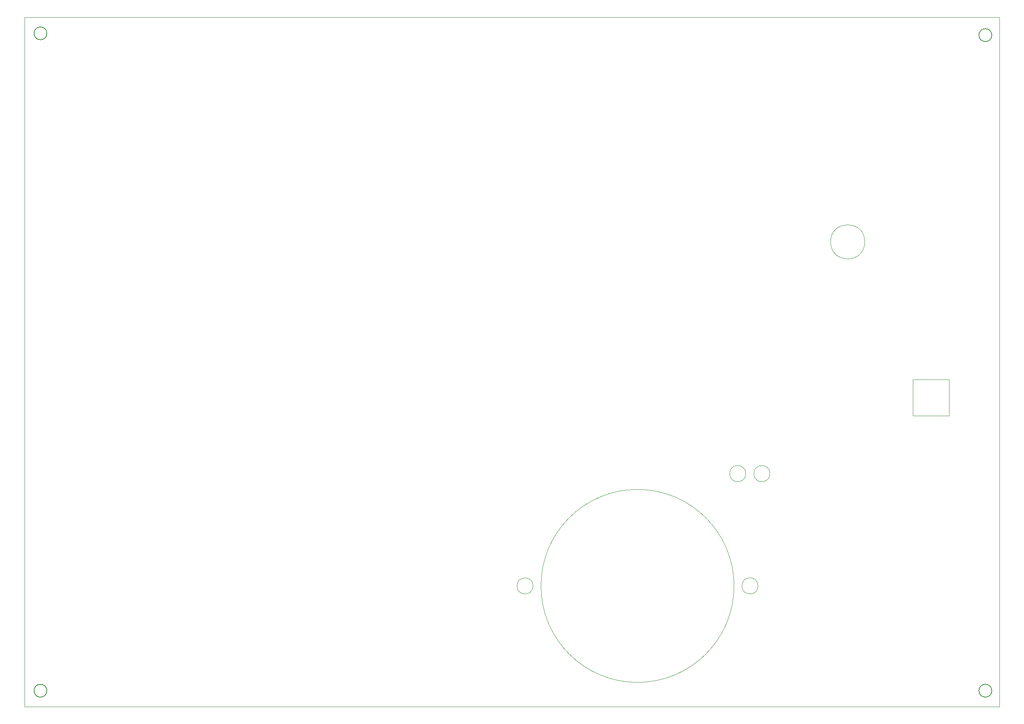
<source format=gbr>
%TF.GenerationSoftware,KiCad,Pcbnew,9.0.2*%
%TF.CreationDate,2025-07-13T09:31:29-04:00*%
%TF.ProjectId,Brizachord,4272697a-6163-4686-9f72-642e6b696361,0*%
%TF.SameCoordinates,Original*%
%TF.FileFunction,Profile,NP*%
%FSLAX46Y46*%
G04 Gerber Fmt 4.6, Leading zero omitted, Abs format (unit mm)*
G04 Created by KiCad (PCBNEW 9.0.2) date 2025-07-13 09:31:29*
%MOMM*%
%LPD*%
G01*
G04 APERTURE LIST*
%TA.AperFunction,Profile*%
%ADD10C,0.050000*%
%TD*%
%TA.AperFunction,Profile*%
%ADD11C,0.200000*%
%TD*%
G04 APERTURE END LIST*
D10*
X198165647Y-65000662D02*
G75*
G02*
X190981443Y-65000662I-3592102J0D01*
G01*
X190981443Y-65000662D02*
G75*
G02*
X198165647Y-65000662I3592102J0D01*
G01*
X208280000Y-93980000D02*
X215900000Y-93980000D01*
X215900000Y-101600000D01*
X208280000Y-101600000D01*
X208280000Y-93980000D01*
X170680000Y-137380000D02*
G75*
G02*
X130080000Y-137380000I-20300000J0D01*
G01*
X130080000Y-137380000D02*
G75*
G02*
X170680000Y-137380000I20300000J0D01*
G01*
D11*
X224870000Y-21510000D02*
G75*
G02*
X222170000Y-21510000I-1350000J0D01*
G01*
X222170000Y-21510000D02*
G75*
G02*
X224870000Y-21510000I1350000J0D01*
G01*
D10*
X128430000Y-137380000D02*
G75*
G02*
X125030000Y-137380000I-1700000J0D01*
G01*
X125030000Y-137380000D02*
G75*
G02*
X128430000Y-137380000I1700000J0D01*
G01*
X178230000Y-113760000D02*
G75*
G02*
X174830000Y-113760000I-1700000J0D01*
G01*
X174830000Y-113760000D02*
G75*
G02*
X178230000Y-113760000I1700000J0D01*
G01*
D11*
X26190000Y-21130000D02*
G75*
G02*
X23490000Y-21130000I-1350000J0D01*
G01*
X23490000Y-21130000D02*
G75*
G02*
X26190000Y-21130000I1350000J0D01*
G01*
X26190000Y-159430000D02*
G75*
G02*
X23490000Y-159430000I-1350000J0D01*
G01*
X23490000Y-159430000D02*
G75*
G02*
X26190000Y-159430000I1350000J0D01*
G01*
D10*
X173150000Y-113760000D02*
G75*
G02*
X169750000Y-113760000I-1700000J0D01*
G01*
X169750000Y-113760000D02*
G75*
G02*
X173150000Y-113760000I1700000J0D01*
G01*
X21490000Y-17780000D02*
X226490000Y-17780000D01*
X226490000Y-162780000D01*
X21490000Y-162780000D01*
X21490000Y-17780000D01*
D11*
X224870000Y-159430000D02*
G75*
G02*
X222170000Y-159430000I-1350000J0D01*
G01*
X222170000Y-159430000D02*
G75*
G02*
X224870000Y-159430000I1350000J0D01*
G01*
D10*
X175730000Y-137380000D02*
G75*
G02*
X172330000Y-137380000I-1700000J0D01*
G01*
X172330000Y-137380000D02*
G75*
G02*
X175730000Y-137380000I1700000J0D01*
G01*
M02*

</source>
